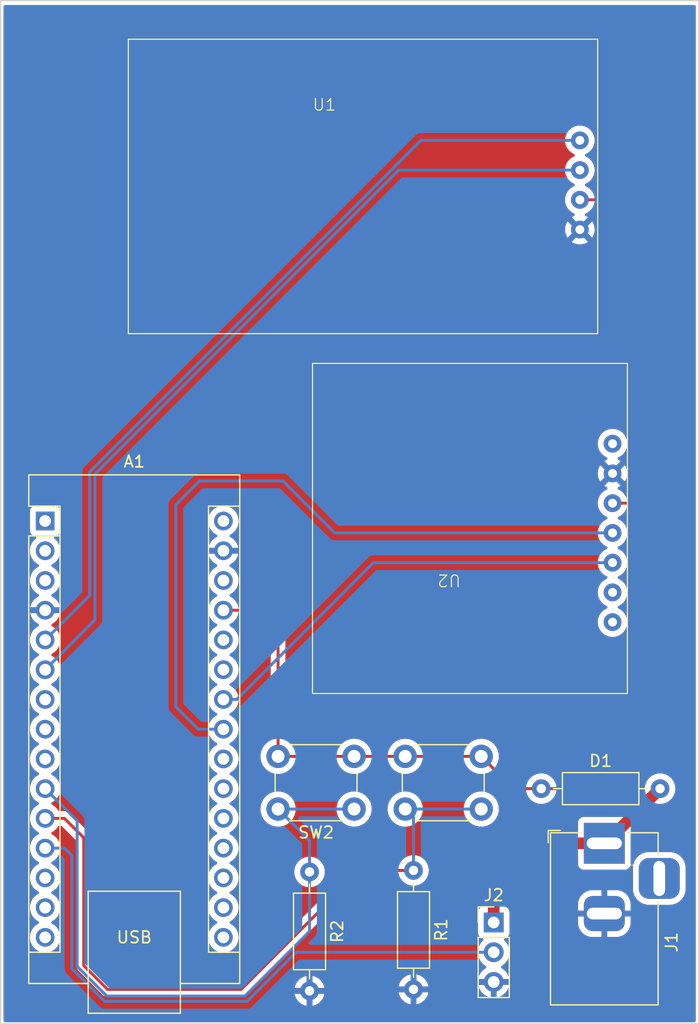
<source format=kicad_pcb>
(kicad_pcb (version 20221018) (generator pcbnew)
  (layers (0 "F.Cu" signal) (31 "B.Cu" signal) (34 "B.Paste" user) (35 "F.Paste" user) (36 "B.SilkS" user "B.Silkscreen") (37 "F.SilkS" user "F.Silkscreen") (38 "B.Mask" user) (39 "F.Mask" user) (44 "Edge.Cuts" user))
  (net 0 "")
  (net 4 "GND")
  (net 5 "Net-(A1-D2)")
  (net 6 "Net-(A1-D3)")
  (net 10 "Net-(A1-D7)")
  (net 11 "Net-(A1-D8)")
  (net 12 "Net-(A1-D9)")
  (net 23 "Net-(A1-A4)")
  (net 24 "Net-(A1-A5)")
  (net 27 "+5V")
  (net 30 "+5VP")
  (footprint "Resistor_THT:R_Axial_DIN0207_L6.3mm_D2.5mm_P10.16mm_Horizontal" (layer "F.Cu") (at 172.212 106.934 -90)
    (fp_text reference "R1" (at 5.08 -2.37 90) (layer "F.SilkS"))
    (fp_text value "R")
    (fp_line (start 1.04 0) (end 1.81 0) (stroke (width 0.12)) (layer "F.SilkS"))
    (fp_line (start 1.81 -1.37) (end 1.81 1.37) (stroke (width 0.12)) (layer "F.SilkS"))
    (fp_line (start 1.81 1.37) (end 8.35 1.37) (stroke (width 0.12)) (layer "F.SilkS"))
    (fp_line (start 8.35 -1.37) (end 1.81 -1.37) (stroke (width 0.12)) (layer "F.SilkS"))
    (fp_line (start 8.35 1.37) (end 8.35 -1.37) (stroke (width 0.12)) (layer "F.SilkS"))
    (fp_line (start 9.12 0) (end 8.35 0) (stroke (width 0.12)) (layer "F.SilkS"))
    (pad "1" thru_hole circle (at 0 0 270) (size 1.6 1.6) (drill 0.8) (layers "*.Cu" "*.Mask") (net 11 "Net-(A1-D8)"))
    (pad "2" thru_hole oval (at 10.16 0 270) (size 1.6 1.6) (drill 0.8) (layers "*.Cu" "*.Mask") (net 4 "GND"))
  )
  (footprint "footprint:RTC" (layer "F.Cu") (at 175.26 81.661 180)
    (fp_text reference "U2" (at 0 -0.5 180 unlocked) (layer "F.SilkS") (effects (font (thickness 0.1))))
    (fp_text value "~")
    (fp_rect (start -15.24 -10.16) (end 11.684 18.034) (stroke (width 0.1)) (fill none) (layer "F.SilkS"))
    (pad "1" thru_hole circle (at -13.97 11.176 180) (size 1.524 1.524) (drill 0.762) (layers "*.Cu" "*.Mask"))
    (pad "2" thru_hole circle (at -13.97 8.636 180) (size 1.524 1.524) (drill 0.762) (layers "*.Cu" "*.Mask") (net 4 "GND"))
    (pad "3" thru_hole circle (at -13.97 6.096 180) (size 1.524 1.524) (drill 0.762) (layers "*.Cu" "*.Mask") (net 27 "+5V"))
    (pad "4" thru_hole circle (at -13.97 3.556 180) (size 1.524 1.524) (drill 0.762) (layers "*.Cu" "*.Mask") (net 23 "Net-(A1-A4)"))
    (pad "5" thru_hole circle (at -13.97 1.016 180) (size 1.524 1.524) (drill 0.762) (layers "*.Cu" "*.Mask") (net 24 "Net-(A1-A5)"))
    (pad "6" thru_hole circle (at -13.97 -1.524 180) (size 1.524 1.524) (drill 0.762) (layers "*.Cu" "*.Mask"))
    (pad "7" thru_hole circle (at -13.97 -4.064 180) (size 1.524 1.524) (drill 0.762) (layers "*.Cu" "*.Mask"))
  )
  (footprint "Button_Switch_THT:SW_PUSH_6mm" (layer "F.Cu") (at 167.132 101.691 180)
    (fp_text reference "SW2" (at 3.25 -2) (layer "F.SilkS"))
    (fp_text value "ORE")
    (fp_line (start -0.25 1.5) (end -0.25 3) (stroke (width 0.12)) (layer "F.SilkS"))
    (fp_line (start 1 5.5) (end 5.5 5.5) (stroke (width 0.12)) (layer "F.SilkS"))
    (fp_line (start 5.5 -1) (end 1 -1) (stroke (width 0.12)) (layer "F.SilkS"))
    (fp_line (start 6.75 3) (end 6.75 1.5) (stroke (width 0.12)) (layer "F.SilkS"))
    (pad "1" thru_hole circle (at 0 0 270) (size 2 2) (drill 1.1) (layers "*.Cu" "*.Mask") (net 10 "Net-(A1-D7)"))
    (pad "1" thru_hole circle (at 6.5 0 270) (size 2 2) (drill 1.1) (layers "*.Cu" "*.Mask") (net 10 "Net-(A1-D7)"))
    (pad "2" thru_hole circle (at 0 4.5 270) (size 2 2) (drill 1.1) (layers "*.Cu" "*.Mask") (net 27 "+5V"))
    (pad "2" thru_hole circle (at 6.5 4.5 270) (size 2 2) (drill 1.1) (layers "*.Cu" "*.Mask") (net 27 "+5V"))
  )
  (footprint "Connector_PinHeader_2.54mm:PinHeader_1x03_P2.54mm_Vertical" (layer "F.Cu") (at 179.07 111.379)
    (fp_text reference "J2" (at 0 -2.33) (layer "F.SilkS"))
    (fp_text value "Conn_01x03_Pin")
    (fp_line (start -1.33 -1.33) (end 0 -1.33) (stroke (width 0.12)) (layer "F.SilkS"))
    (fp_line (start -1.33 0) (end -1.33 -1.33) (stroke (width 0.12)) (layer "F.SilkS"))
    (fp_line (start -1.33 1.27) (end -1.33 6.41) (stroke (width 0.12)) (layer "F.SilkS"))
    (fp_line (start -1.33 1.27) (end 1.33 1.27) (stroke (width 0.12)) (layer "F.SilkS"))
    (fp_line (start -1.33 6.41) (end 1.33 6.41) (stroke (width 0.12)) (layer "F.SilkS"))
    (fp_line (start 1.33 1.27) (end 1.33 6.41) (stroke (width 0.12)) (layer "F.SilkS"))
    (pad "1" thru_hole rect (at 0 0) (size 1.7 1.7) (drill 1) (layers "*.Cu" "*.Mask") (net 30 "+5VP"))
    (pad "2" thru_hole oval (at 0 2.54) (size 1.7 1.7) (drill 1) (layers "*.Cu" "*.Mask") (net 12 "Net-(A1-D9)"))
    (pad "3" thru_hole oval (at 0 5.08) (size 1.7 1.7) (drill 1) (layers "*.Cu" "*.Mask") (net 4 "GND"))
  )
  (footprint "footprint:TM1637" (layer "F.Cu") (at 164.592 42.037)
    (fp_text reference "U1" (at 0 -0.5 unlocked) (layer "F.SilkS") (effects (font (thickness 0.1))))
    (fp_text value "~")
    (fp_rect (start -16.764 -6.096) (end 23.368 19.05) (stroke (width 0.1)) (fill none) (layer "F.SilkS"))
    (pad "1" thru_hole circle (at 21.844 10.16) (size 1.524 1.524) (drill 0.762) (layers "*.Cu" "*.Mask") (net 4 "GND"))
    (pad "2" thru_hole circle (at 21.844 7.62) (size 1.524 1.524) (drill 0.762) (layers "*.Cu" "*.Mask") (net 27 "+5V"))
    (pad "3" thru_hole circle (at 21.844 5.08) (size 1.524 1.524) (drill 0.762) (layers "*.Cu" "*.Mask") (net 6 "Net-(A1-D3)"))
    (pad "4" thru_hole circle (at 21.844 2.54) (size 1.524 1.524) (drill 0.762) (layers "*.Cu" "*.Mask") (net 5 "Net-(A1-D2)"))
  )
  (footprint "Resistor_THT:R_Axial_DIN0207_L6.3mm_D2.5mm_P10.16mm_Horizontal" (layer "F.Cu") (at 183.134 99.949)
    (fp_text reference "D1" (at 5.08 -2.37) (layer "F.SilkS"))
    (fp_text value "D_Schottky")
    (fp_line (start 1.04 0) (end 1.81 0) (stroke (width 0.12)) (layer "F.SilkS"))
    (fp_line (start 1.81 -1.37) (end 1.81 1.37) (stroke (width 0.12)) (layer "F.SilkS"))
    (fp_line (start 1.81 1.37) (end 8.35 1.37) (stroke (width 0.12)) (layer "F.SilkS"))
    (fp_line (start 8.35 -1.37) (end 1.81 -1.37) (stroke (width 0.12)) (layer "F.SilkS"))
    (fp_line (start 8.35 1.37) (end 8.35 -1.37) (stroke (width 0.12)) (layer "F.SilkS"))
    (fp_line (start 9.12 0) (end 8.35 0) (stroke (width 0.12)) (layer "F.SilkS"))
    (pad "1" thru_hole circle (at 0 0) (size 1.6 1.6) (drill 0.8) (layers "*.Cu" "*.Mask") (net 27 "+5V"))
    (pad "2" thru_hole oval (at 10.16 0) (size 1.6 1.6) (drill 0.8) (layers "*.Cu" "*.Mask") (net 30 "+5VP"))
  )
  (footprint "Module:Arduino_Nano" (layer "F.Cu") (at 140.716 77.089)
    (fp_text reference "A1" (at 7.62 -5.08) (layer "F.SilkS"))
    (fp_text value "Arduino_Nano_v3.x")
    (fp_text user "USB" (at 7.62 35.56 unlocked) (layer "F.SilkS"))
    (fp_line (start -1.4 -3.94) (end -1.4 -1.27) (stroke (width 0.12)) (layer "F.SilkS"))
    (fp_line (start -1.4 1.27) (end -1.4 39.5) (stroke (width 0.12)) (layer "F.SilkS"))
    (fp_line (start -1.4 39.5) (end 3.68 39.5) (stroke (width 0.12)) (layer "F.SilkS"))
    (fp_line (start 1.27 -1.27) (end -1.4 -1.27) (stroke (width 0.12)) (layer "F.SilkS"))
    (fp_line (start 1.27 1.27) (end -1.4 1.27) (stroke (width 0.12)) (layer "F.SilkS"))
    (fp_line (start 1.27 1.27) (end 1.27 -1.27) (stroke (width 0.12)) (layer "F.SilkS"))
    (fp_line (start 1.27 1.27) (end 1.27 36.83) (stroke (width 0.12)) (layer "F.SilkS"))
    (fp_line (start 1.27 36.83) (end -1.4 36.83) (stroke (width 0.12)) (layer "F.SilkS"))
    (fp_line (start 3.68 31.62) (end 11.56 31.62) (stroke (width 0.12)) (layer "F.SilkS"))
    (fp_line (start 3.68 42.04) (end 3.68 31.62) (stroke (width 0.12)) (layer "F.SilkS"))
    (fp_line (start 11.56 31.62) (end 11.56 42.04) (stroke (width 0.12)) (layer "F.SilkS"))
    (fp_line (start 11.56 42.04) (end 3.68 42.04) (stroke (width 0.12)) (layer "F.SilkS"))
    (fp_line (start 13.97 -1.27) (end 13.97 36.83) (stroke (width 0.12)) (layer "F.SilkS"))
    (fp_line (start 13.97 -1.27) (end 16.64 -1.27) (stroke (width 0.12)) (layer "F.SilkS"))
    (fp_line (start 13.97 36.83) (end 16.64 36.83) (stroke (width 0.12)) (layer "F.SilkS"))
    (fp_line (start 16.64 -3.94) (end -1.4 -3.94) (stroke (width 0.12)) (layer "F.SilkS"))
    (fp_line (start 16.64 39.5) (end 11.56 39.5) (stroke (width 0.12)) (layer "F.SilkS"))
    (fp_line (start 16.64 39.5) (end 16.64 -3.94) (stroke (width 0.12)) (layer "F.SilkS"))
    (pad "1" thru_hole rect (at 0 0) (size 1.6 1.6) (drill 1) (layers "*.Cu" "*.Mask"))
    (pad "2" thru_hole oval (at 0 2.54) (size 1.6 1.6) (drill 1) (layers "*.Cu" "*.Mask"))
    (pad "3" thru_hole oval (at 0 5.08) (size 1.6 1.6) (drill 1) (layers "*.Cu" "*.Mask"))
    (pad "4" thru_hole oval (at 0 7.62) (size 1.6 1.6) (drill 1) (layers "*.Cu" "*.Mask") (net 4 "GND"))
    (pad "5" thru_hole oval (at 0 10.16) (size 1.6 1.6) (drill 1) (layers "*.Cu" "*.Mask") (net 5 "Net-(A1-D2)"))
    (pad "6" thru_hole oval (at 0 12.7) (size 1.6 1.6) (drill 1) (layers "*.Cu" "*.Mask") (net 6 "Net-(A1-D3)"))
    (pad "7" thru_hole oval (at 0 15.24) (size 1.6 1.6) (drill 1) (layers "*.Cu" "*.Mask"))
    (pad "8" thru_hole oval (at 0 17.78) (size 1.6 1.6) (drill 1) (layers "*.Cu" "*.Mask"))
    (pad "9" thru_hole oval (at 0 20.32) (size 1.6 1.6) (drill 1) (layers "*.Cu" "*.Mask"))
    (pad "10" thru_hole oval (at 0 22.86) (size 1.6 1.6) (drill 1) (layers "*.Cu" "*.Mask") (net 10 "Net-(A1-D7)"))
    (pad "11" thru_hole oval (at 0 25.4) (size 1.6 1.6) (drill 1) (layers "*.Cu" "*.Mask") (net 11 "Net-(A1-D8)"))
    (pad "12" thru_hole oval (at 0 27.94) (size 1.6 1.6) (drill 1) (layers "*.Cu" "*.Mask") (net 12 "Net-(A1-D9)"))
    (pad "13" thru_hole oval (at 0 30.48) (size 1.6 1.6) (drill 1) (layers "*.Cu" "*.Mask"))
    (pad "14" thru_hole oval (at 0 33.02) (size 1.6 1.6) (drill 1) (layers "*.Cu" "*.Mask"))
    (pad "15" thru_hole oval (at 0 35.56) (size 1.6 1.6) (drill 1) (layers "*.Cu" "*.Mask"))
    (pad "16" thru_hole oval (at 15.24 35.56) (size 1.6 1.6) (drill 1) (layers "*.Cu" "*.Mask"))
    (pad "17" thru_hole oval (at 15.24 33.02) (size 1.6 1.6) (drill 1) (layers "*.Cu" "*.Mask"))
    (pad "18" thru_hole oval (at 15.24 30.48) (size 1.6 1.6) (drill 1) (layers "*.Cu" "*.Mask"))
    (pad "19" thru_hole oval (at 15.24 27.94) (size 1.6 1.6) (drill 1) (layers "*.Cu" "*.Mask"))
    (pad "20" thru_hole oval (at 15.24 25.4) (size 1.6 1.6) (drill 1) (layers "*.Cu" "*.Mask"))
    (pad "21" thru_hole oval (at 15.24 22.86) (size 1.6 1.6) (drill 1) (layers "*.Cu" "*.Mask"))
    (pad "22" thru_hole oval (at 15.24 20.32) (size 1.6 1.6) (drill 1) (layers "*.Cu" "*.Mask"))
    (pad "23" thru_hole oval (at 15.24 17.78) (size 1.6 1.6) (drill 1) (layers "*.Cu" "*.Mask") (net 23 "Net-(A1-A4)"))
    (pad "24" thru_hole oval (at 15.24 15.24) (size 1.6 1.6) (drill 1) (layers "*.Cu" "*.Mask") (net 24 "Net-(A1-A5)"))
    (pad "25" thru_hole oval (at 15.24 12.7) (size 1.6 1.6) (drill 1) (layers "*.Cu" "*.Mask"))
    (pad "26" thru_hole oval (at 15.24 10.16) (size 1.6 1.6) (drill 1) (layers "*.Cu" "*.Mask"))
    (pad "27" thru_hole oval (at 15.24 7.62) (size 1.6 1.6) (drill 1) (layers "*.Cu" "*.Mask") (net 27 "+5V"))
    (pad "28" thru_hole oval (at 15.24 5.08) (size 1.6 1.6) (drill 1) (layers "*.Cu" "*.Mask"))
    (pad "29" thru_hole oval (at 15.24 2.54) (size 1.6 1.6) (drill 1) (layers "*.Cu" "*.Mask") (net 4 "GND"))
    (pad "30" thru_hole oval (at 15.24 0) (size 1.6 1.6) (drill 1) (layers "*.Cu" "*.Mask"))
  )
  (footprint "Resistor_THT:R_Axial_DIN0207_L6.3mm_D2.5mm_P10.16mm_Horizontal" (layer "F.Cu") (at 163.322 107.061 -90)
    (fp_text reference "R2" (at 5.08 -2.37 90) (layer "F.SilkS"))
    (fp_text value "R")
    (fp_line (start 1.04 0) (end 1.81 0) (stroke (width 0.12)) (layer "F.SilkS"))
    (fp_line (start 1.81 -1.37) (end 1.81 1.37) (stroke (width 0.12)) (layer "F.SilkS"))
    (fp_line (start 1.81 1.37) (end 8.35 1.37) (stroke (width 0.12)) (layer "F.SilkS"))
    (fp_line (start 8.35 -1.37) (end 1.81 -1.37) (stroke (width 0.12)) (layer "F.SilkS"))
    (fp_line (start 8.35 1.37) (end 8.35 -1.37) (stroke (width 0.12)) (layer "F.SilkS"))
    (fp_line (start 9.12 0) (end 8.35 0) (stroke (width 0.12)) (layer "F.SilkS"))
    (pad "1" thru_hole circle (at 0 0 270) (size 1.6 1.6) (drill 0.8) (layers "*.Cu" "*.Mask") (net 10 "Net-(A1-D7)"))
    (pad "2" thru_hole oval (at 10.16 0 270) (size 1.6 1.6) (drill 0.8) (layers "*.Cu" "*.Mask") (net 4 "GND"))
  )
  (footprint "Connector_BarrelJack:BarrelJack_Horizontal" (layer "F.Cu") (at 188.5265 104.617 90)
    (fp_text reference "J1" (at -8.45 5.75 90) (layer "F.SilkS"))
    (fp_text value "Conn_Coaxial_Power")
    (fp_line (start -13.8 -4.6) (end 0.9 -4.6) (stroke (width 0.12)) (layer "F.SilkS"))
    (fp_line (start -13.8 4.6) (end -13.8 -4.6) (stroke (width 0.12)) (layer "F.SilkS"))
    (fp_line (start -5 4.6) (end -13.8 4.6) (stroke (width 0.12)) (layer "F.SilkS"))
    (fp_line (start 0.05 -4.8) (end 1.1 -4.8) (stroke (width 0.12)) (layer "F.SilkS"))
    (fp_line (start 0.9 -4.6) (end 0.9 -2) (stroke (width 0.12)) (layer "F.SilkS"))
    (fp_line (start 0.9 1.9) (end 0.9 4.6) (stroke (width 0.12)) (layer "F.SilkS"))
    (fp_line (start 0.9 4.6) (end -1 4.6) (stroke (width 0.12)) (layer "F.SilkS"))
    (fp_line (start 1.1 -3.75) (end 1.1 -4.8) (stroke (width 0.12)) (layer "F.SilkS"))
    (pad "1" thru_hole rect (at 0 0 90) (size 3.5 3.5) (drill oval 1 3) (layers "*.Cu" "*.Mask") (net 30 "+5VP"))
    (pad "2" thru_hole roundrect (at -6 0 90) (size 3 3.5) (drill oval 1 3) (layers "*.Cu" "*.Mask") (net 4 "GND"))
    (pad "3" thru_hole roundrect (at -3 4.7 90) (size 3.5 3.5) (drill oval 3 1) (layers "*.Cu" "*.Mask"))
  )
  (footprint "Button_Switch_THT:SW_PUSH_6mm" (layer "F.Cu") (at 178.002 101.691 180)
    (fp_text reference "SW1" hide)
    (fp_text value "MIN")
    (fp_line (start -0.25 1.5) (end -0.25 3) (stroke (width 0.12)) (layer "F.SilkS"))
    (fp_line (start 1 5.5) (end 5.5 5.5) (stroke (width 0.12)) (layer "F.SilkS"))
    (fp_line (start 5.5 -1) (end 1 -1) (stroke (width 0.12)) (layer "F.SilkS"))
    (fp_line (start 6.75 3) (end 6.75 1.5) (stroke (width 0.12)) (layer "F.SilkS"))
    (pad "1" thru_hole circle (at 0 0 270) (size 2 2) (drill 1.1) (layers "*.Cu" "*.Mask") (net 11 "Net-(A1-D8)"))
    (pad "1" thru_hole circle (at 6.5 0 270) (size 2 2) (drill 1.1) (layers "*.Cu" "*.Mask") (net 11 "Net-(A1-D8)"))
    (pad "2" thru_hole circle (at 0 4.5 270) (size 2 2) (drill 1.1) (layers "*.Cu" "*.Mask") (net 27 "+5V"))
    (pad "2" thru_hole circle (at 6.5 4.5 270) (size 2 2) (drill 1.1) (layers "*.Cu" "*.Mask") (net 27 "+5V"))
  )
  (gr_rect (start 136.906 32.639) (end 196.596 120.015) (stroke (width 0.1)) (fill none) (layer "Edge.Cuts"))
  (segment (start 144.526 72.898) (end 144.526 83.439) (width 0.25) (layer "B.Cu") (net 5))
  (segment (start 144.526 83.439) (end 140.716 87.249) (width 0.25) (layer "B.Cu") (net 5))
  (segment (start 172.847 44.577) (end 144.526 72.898) (width 0.25) (layer "B.Cu") (net 5))
  (segment (start 186.436 44.577) (end 172.847 44.577) (width 0.25) (layer "B.Cu") (net 5))
  (segment (start 144.976 85.529) (end 140.716 89.789) (width 0.25) (layer "B.Cu") (net 6))
  (segment (start 144.976 73.084396) (end 144.976 85.529) (width 0.25) (layer "B.Cu") (net 6))
  (segment (start 186.436 47.117) (end 170.943396 47.117) (width 0.25) (layer "B.Cu") (net 6))
  (segment (start 170.943396 47.117) (end 144.976 73.084396) (width 0.25) (layer "B.Cu") (net 6))
  (segment (start 143.452 102.685) (end 140.716 99.949) (width 0.25) (layer "B.Cu") (net 10))
  (segment (start 163.322 107.061) (end 163.322 112.139604) (width 0.25) (layer "B.Cu") (net 10))
  (segment (start 143.452 115.129604) (end 143.452 102.685) (width 0.25) (layer "B.Cu") (net 10))
  (segment (start 167.132 101.691) (end 160.632 101.691) (width 0.25) (layer "B.Cu") (net 10))
  (segment (start 163.322 104.381) (end 160.632 101.691) (width 0.25) (layer "B.Cu") (net 10))
  (segment (start 163.322 107.061) (end 163.322 104.381) (width 0.25) (layer "B.Cu") (net 10))
  (segment (start 163.322 112.139604) (end 157.801604 117.66) (width 0.25) (layer "B.Cu") (net 10))
  (segment (start 145.982396 117.66) (end 143.452 115.129604) (width 0.25) (layer "B.Cu") (net 10))
  (segment (start 157.801604 117.66) (end 145.982396 117.66) (width 0.25) (layer "B.Cu") (net 10))
  (segment (start 144.018 115.062) (end 146.05 117.094) (width 0.25) (layer "F.Cu") (net 11))
  (segment (start 144.018 104.14) (end 144.018 115.062) (width 0.25) (layer "F.Cu") (net 11))
  (segment (start 146.05 117.094) (end 157.48 117.094) (width 0.25) (layer "F.Cu") (net 11))
  (segment (start 157.48 117.094) (end 167.64 106.934) (width 0.25) (layer "F.Cu") (net 11))
  (segment (start 142.367 102.489) (end 144.018 104.14) (width 0.25) (layer "F.Cu") (net 11))
  (segment (start 167.64 106.934) (end 172.212 106.934) (width 0.25) (layer "F.Cu") (net 11))
  (segment (start 140.716 102.489) (end 142.367 102.489) (width 0.25) (layer "F.Cu") (net 11))
  (segment (start 172.212 102.401) (end 171.502 101.691) (width 0.25) (layer "B.Cu") (net 11))
  (segment (start 178.002 101.691) (end 171.502 101.691) (width 0.25) (layer "B.Cu") (net 11))
  (segment (start 172.212 106.934) (end 172.212 102.401) (width 0.25) (layer "B.Cu") (net 11))
  (segment (start 162.179 113.919) (end 157.988 118.11) (width 0.25) (layer "B.Cu") (net 12))
  (segment (start 143.002 105.664) (end 142.367 105.029) (width 0.25) (layer "B.Cu") (net 12))
  (segment (start 179.07 113.919) (end 162.179 113.919) (width 0.25) (layer "B.Cu") (net 12))
  (segment (start 143.002 115.316) (end 143.002 105.664) (width 0.25) (layer "B.Cu") (net 12))
  (segment (start 145.796 118.11) (end 143.002 115.316) (width 0.25) (layer "B.Cu") (net 12))
  (segment (start 157.988 118.11) (end 145.796 118.11) (width 0.25) (layer "B.Cu") (net 12))
  (segment (start 142.367 105.029) (end 140.716 105.029) (width 0.25) (layer "B.Cu") (net 12))
  (segment (start 153.924 73.66) (end 151.892 75.692) (width 0.25) (layer "B.Cu") (net 23))
  (segment (start 151.892 92.964) (end 153.797 94.869) (width 0.25) (layer "B.Cu") (net 23))
  (segment (start 165.481 78.105) (end 161.036 73.66) (width 0.25) (layer "B.Cu") (net 23))
  (segment (start 151.892 75.692) (end 151.892 92.964) (width 0.25) (layer "B.Cu") (net 23))
  (segment (start 153.797 94.869) (end 155.956 94.869) (width 0.25) (layer "B.Cu") (net 23))
  (segment (start 161.036 73.66) (end 153.924 73.66) (width 0.25) (layer "B.Cu") (net 23))
  (segment (start 189.23 78.105) (end 165.481 78.105) (width 0.25) (layer "B.Cu") (net 23))
  (segment (start 168.783 80.645) (end 157.099 92.329) (width 0.25) (layer "B.Cu") (net 24))
  (segment (start 189.23 80.645) (end 168.783 80.645) (width 0.25) (layer "B.Cu") (net 24))
  (segment (start 157.099 92.329) (end 155.956 92.329) (width 0.25) (layer "B.Cu") (net 24))
  (segment (start 155.956 84.709) (end 158.115 84.709) (width 0.25) (layer "F.Cu") (net 27))
  (segment (start 180.76 99.949) (end 178.002 97.191) (width 0.25) (layer "F.Cu") (net 27))
  (segment (start 183.134 99.949) (end 180.76 99.949) (width 0.25) (layer "F.Cu") (net 27))
  (segment (start 178.002 97.191) (end 160.632 97.191) (width 0.25) (layer "F.Cu") (net 27))
  (segment (start 160.632 87.226) (end 160.632 97.191) (width 0.25) (layer "F.Cu") (net 27))
  (segment (start 183.134 99.949) (end 186.055 99.949) (width 0.25) (layer "F.Cu") (net 27))
  (segment (start 193.04 92.964) (end 193.04 77.724) (width 0.25) (layer "F.Cu") (net 27))
  (segment (start 193.04 77.724) (end 190.881 75.565) (width 0.25) (layer "F.Cu") (net 27))
  (segment (start 193.04 53.086) (end 193.04 77.724) (width 0.25) (layer "F.Cu") (net 27))
  (segment (start 186.436 49.657) (end 189.611 49.657) (width 0.25) (layer "F.Cu") (net 27))
  (segment (start 189.611 49.657) (end 193.04 53.086) (width 0.25) (layer "F.Cu") (net 27))
  (segment (start 158.115 84.709) (end 160.632 87.226) (width 0.25) (layer "F.Cu") (net 27))
  (segment (start 190.881 75.565) (end 189.23 75.565) (width 0.25) (layer "F.Cu") (net 27))
  (segment (start 186.055 99.949) (end 193.04 92.964) (width 0.25) (layer "F.Cu") (net 27))
  (segment (start 188.626 104.617) (end 193.294 99.949) (width 1) (layer "F.Cu") (net 30))
  (segment (start 183.419 104.617) (end 188.5265 104.617) (width 1) (layer "F.Cu") (net 30))
  (segment (start 179.07 111.379) (end 179.07 108.966) (width 1) (layer "F.Cu") (net 30))
  (segment (start 179.07 108.966) (end 183.419 104.617) (width 1) (layer "F.Cu") (net 30))
  (segment (start 188.5265 104.617) (end 188.626 104.617) (width 0.25) (layer "F.Cu") (net 30))
  (zone (net 4) (net_name "GND") (layers "F&B.Cu") (connect_pads (clearance 0.5)) (min_thickness 0.25) (fill yes (thermal_gap 0.5) (thermal_bridge_width 0.5))
    (polygon (pts (xy 137.16 33.02) (xy 137.16 119.888) (xy 196.342 119.888) (xy 196.342 33.02)))
  )
)
</source>
